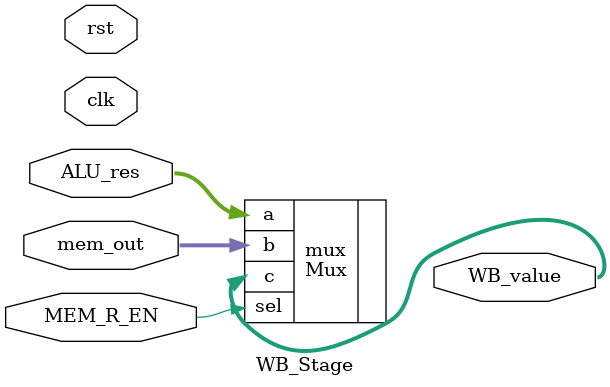
<source format=v>
module WB_Stage (
    input clk, rst, MEM_R_EN,
    input[31:0] ALU_res, mem_out,

    output[31:0] WB_value
);

    Mux mux(
        .a(ALU_res),
        .b(mem_out),
        .sel(MEM_R_EN),
        .c(WB_value)
    );

endmodule
</source>
